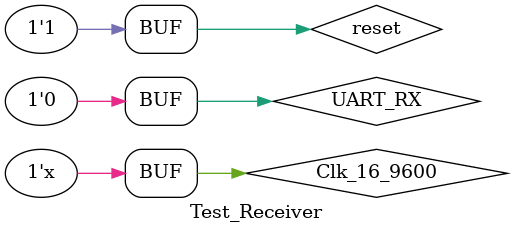
<source format=v>
module Receiver(reset,UART_RX,Clk_16_9600,RX_DATA,RX_STATUS);
input UART_RX;
input reset;
input Clk_16_9600;
output reg RX_STATUS;
output reg [7:0]RX_DATA;
reg [7:0] DATA;
reg [7:0]cnt_clk;
reg [2:0]cnt_bit;
reg Sample;
reg enable;

initial
begin
	DATA=0;
	cnt_clk=0;
	cnt_bit=0;
	RX_DATA=0;
	Sample=0;//read the data
	enable=0;//if conut
	RX_STATUS=1;
end
always @(posedge Clk_16_9600 or negedge reset) begin
	if (~reset) begin
		RX_DATA=0;
		RX_STATUS=0;
		cnt_clk=0;
		Sample=0;
		enable=0;
	end
	else begin
		if(enable==0&&~UART_RX)
		begin
			enable=1;//begin!
			RX_STATUS=0;
			cnt_clk=0;
		end
		if(enable)
		begin
			case(cnt_clk)
			24,40,56,72,88,104,120,136:
			begin
				Sample=1;
				cnt_clk=cnt_clk+1;
			end
			138:
			begin
				//RX_STATUS=1;
				RX_DATA<=DATA;
				cnt_clk=cnt_clk+1;
			end
			161:
			begin
				RX_STATUS=1;
				cnt_clk=cnt_clk+1;
				enable=0;
			end
			default:
			begin
				cnt_clk=cnt_clk+1;
				Sample=0;
			end
			endcase
		end
	end
end
 always @(posedge Sample)
  begin
    if(enable)
      begin
        case(cnt_bit)
          3'd0:DATA[0]<=UART_RX; 
          3'd1:DATA[1]<=UART_RX; 
          3'd2:DATA[2]<=UART_RX; 
          3'd3:DATA[3]<=UART_RX; 
          3'd4:DATA[4]<=UART_RX; 
          3'd5:DATA[5]<=UART_RX; 
          3'd6:DATA[6]<=UART_RX; 
          3'd7:DATA[7]<=UART_RX;
          default:; 
        endcase
        cnt_bit<=cnt_bit+1;
      end
  end
endmodule

module Test_Receiver;
reg UART_RX;
reg Clk_16_9600;
reg reset;
initial
begin
	reset=0;
	#10 reset=1;
	Clk_16_9600=1;
	UART_RX=0;
end

always
begin
	#1 Clk_16_9600=~Clk_16_9600;
end

initial repeat(39)
begin
	#50 UART_RX=~UART_RX;
end
Receiver ZY(reset,UART_RX,Clk_16_9600,RX_DATA,RX_STATUS);
endmodule
</source>
